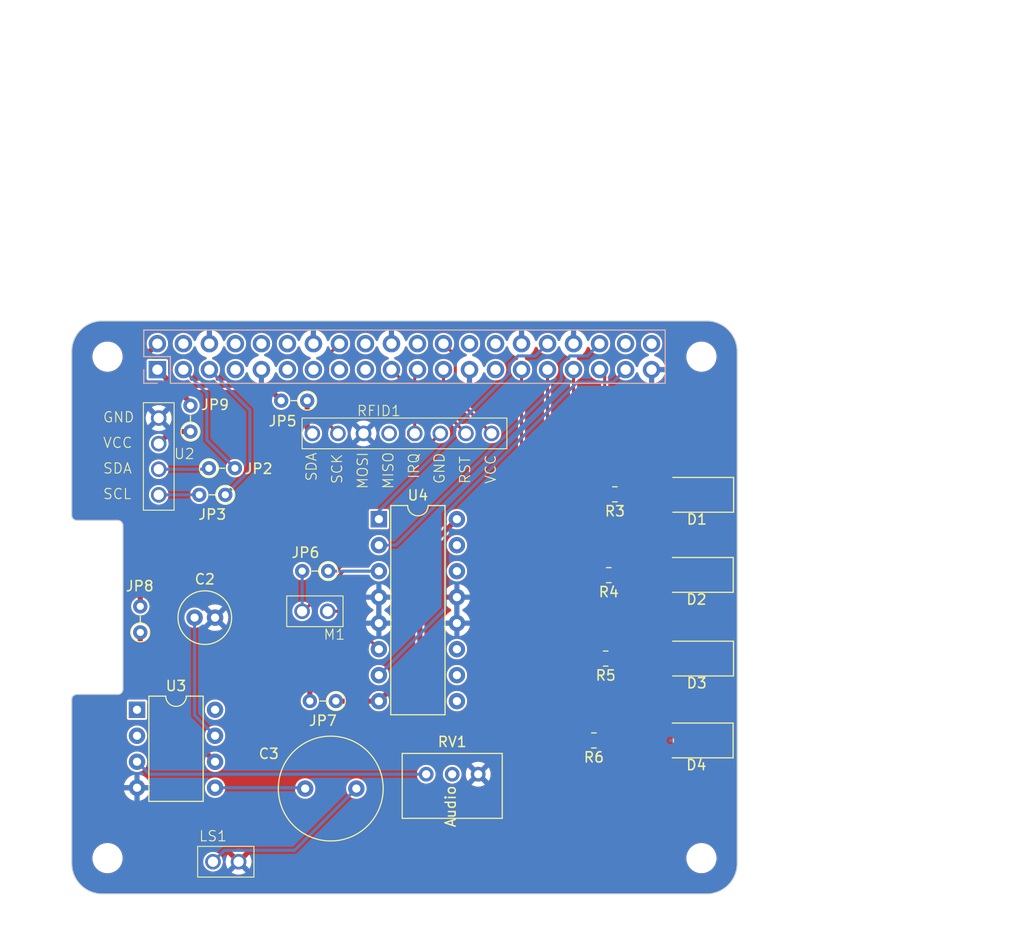
<source format=kicad_pcb>
(kicad_pcb (version 20240108) (generator "pcbnew") (generator_version "8.0")
  (title_block (date "15 nov 2012"))
  (layers (0 "F.Cu" signal) (31 "B.Cu" signal) (34 "B.Paste" user) (35 "F.Paste" user) (36 "B.SilkS" user "B.Silkscreen") (37 "F.SilkS" user "F.Silkscreen") (38 "B.Mask" user) (39 "F.Mask" user) (44 "Edge.Cuts" user))
  (net 0 "")
  (net 1 "GND")
  (net 2 "Net-(J1-Pin_37)")
  (net 17 "+5V")
  (net 23 "Net-(M1--)")
  (net 25 "Net-(JP2-A)")
  (net 26 "Net-(U3-BYPASS)")
  (net 27 "Net-(C3-Pad2)")
  (net 28 "Net-(C3-Pad1)")
  (net 32 "+3V3")
  (net 33 "Net-(J1-Pin_3)")
  (net 34 "/GPIO8{slash}SPI0.CE0")
  (net 35 "/GPIO23")
  (net 36 "Net-(J1-Pin_5)")
  (net 37 "/GPIO9{slash}SPI0.MISO")
  (net 38 "/GPIO12{slash}PWM0")
  (net 39 "/GPIO16")
  (net 40 "/GPIO10{slash}SPI0.MOSI")
  (net 41 "/GPIO11{slash}SPI0.SCLK")
  (net 42 "Net-(D1-A)")
  (net 43 "Net-(D2-A)")
  (net 44 "Net-(D3-A)")
  (net 45 "Net-(D4-A)")
  (net 46 "Net-(J1-Pin_29)")
  (net 47 "Net-(J1-Pin_33)")
  (net 48 "Net-(J1-Pin_35)")
  (net 49 "Net-(J1-Pin_31)")
  (net 50 "Net-(JP3-B)")
  (net 51 "Net-(JP5-A)")
  (net 52 "Net-(JP6-A)")
  (net 53 "Net-(JP6-B)")
  (net 54 "Net-(JP7-A)")
  (net 55 "Net-(JP8-A)")
  (net 56 "Net-(JP9-A)")
  (net 57 "Net-(RV1-Pad2)")
  (net 58 "Net-(U3-+)")
  (footprint "Resistor_SMD:R_0805_2012Metric_Pad1.20x1.40mm_HandSolder" (layer "F.Cu") (at 153.05 60.95 180)
    (property "Reference" "R3" (at 0 -1.65 360) (layer "F.SilkS"))
    (property "Value" "220")
    (fp_line (start -0.227064 0.735) (end 0.227064 0.735) (stroke (width 0.12)) (layer "F.SilkS"))
    (fp_line (start -0.227064 -0.735) (end 0.227064 -0.735) (stroke (width 0.12)) (layer "F.SilkS"))
    (pad "1" smd roundrect (at -1 0 180) (size 1.2 1.4) (layers "F.Cu" "F.Paste" "F.Mask") (roundrect_rratio 0.208333) (net 42 "Net-(D1-A)"))
    (pad "2" smd roundrect (at 1 0 180) (size 1.2 1.4) (layers "F.Cu" "F.Paste" "F.Mask") (roundrect_rratio 0.208333) (net 48 "Net-(J1-Pin_35)"))
  )
  (footprint "MountingHole:MountingHole_2.7mm_M2.5" (layer "F.Cu") (at 161.5 47.5)
    (property "Reference" "MH2" (hide yes))
    (property "Value" "MountingHole_2.7mm_M2.5" (hide yes))
    (pad "" np_thru_hole circle (at 0 0) (size 2.7 2.7) (drill 2.7) (layers "*.Cu" "*.Mask"))
  )
  (footprint "Resistor_SMD:R_0805_2012Metric_Pad1.20x1.40mm_HandSolder" (layer "F.Cu") (at 152.15 77 180)
    (property "Reference" "R5" (at 0 -1.65 360) (layer "F.SilkS"))
    (property "Value" "220")
    (fp_line (start -0.227064 0.735) (end 0.227064 0.735) (stroke (width 0.12)) (layer "F.SilkS"))
    (fp_line (start -0.227064 -0.735) (end 0.227064 -0.735) (stroke (width 0.12)) (layer "F.SilkS"))
    (pad "1" smd roundrect (at -1 0 180) (size 1.2 1.4) (layers "F.Cu" "F.Paste" "F.Mask") (roundrect_rratio 0.208333) (net 44 "Net-(D3-A)"))
    (pad "2" smd roundrect (at 1 0 180) (size 1.2 1.4) (layers "F.Cu" "F.Paste" "F.Mask") (roundrect_rratio 0.208333) (net 49 "Net-(J1-Pin_31)"))
  )
  (footprint "spotify_player_components:Motor" (layer "F.Cu") (at 121 73.88)
    (property "Reference" "M1" (at 4.65 0.77 0) (layer "F.SilkS") (effects (font (thickness 0.1))))
    (property "Value" "Motor_DC")
    (fp_rect (start 0 -3) (end 5.5 0) (stroke (width 0.1)) (fill none) (layer "F.SilkS"))
    (pad "1" thru_hole circle (at 1.5 -1.5) (size 1.524 1.524) (drill 1) (layers "*.Cu" "*.Mask") (net 53 "Net-(JP6-B)"))
    (pad "2" thru_hole circle (at 4 -1.5) (size 1.524 1.524) (drill 1) (layers "*.Cu" "*.Mask") (net 23 "Net-(M1--)"))
  )
  (footprint "spotify_player_components:RC522" (layer "F.Cu") (at 142.5 57.5 90)
    (property "Reference" "RFID1" (at 4.7 -12.5 0) (layer "F.SilkS") (effects (font (thickness 0.1))))
    (property "Value" "RC522" (hide yes))
    (fp_rect (start 1 -20) (end 4 0) (stroke (width 0.1)) (fill none) (layer "F.SilkS"))
    (fp_text user "IRQ" (at -2 -8.5 90) (layer "F.SilkS") (effects (font (thickness 0.1)) (justify left bottom)))
    (fp_text user "RST" (at -2.5 -3.5 90) (layer "F.SilkS") (effects (font (thickness 0.1)) (justify left bottom)))
    (fp_text user " SDA" (at -3 -18.5 90) (layer "F.SilkS") (effects (font (thickness 0.1)) (justify left bottom)))
    (fp_text user "MISO" (at -3 -11 90) (layer "F.SilkS") (effects (font (thickness 0.1)) (justify left bottom)))
    (fp_text user "GND" (at -2.5 -6 90) (layer "F.SilkS") (effects (font (thickness 0.1)) (justify left bottom)))
    (fp_text user "VCC" (at -2.5 -1 90) (layer "F.SilkS") (effects (font (thickness 0.1)) (justify left bottom)))
    (fp_text user "MOSI" (at -3 -13.5 90) (layer "F.SilkS") (effects (font (thickness 0.1)) (justify left bottom)))
    (fp_text user "SCK" (at -2.5 -16 90) (layer "F.SilkS") (effects (font (thickness 0.1)) (justify left bottom)))
    (pad "1" thru_hole circle (at 2.5 -1.5 90) (size 1.524 1.524) (drill 1) (layers "*.Cu" "*.Mask") (net 34 "/GPIO8{slash}SPI0.CE0"))
    (pad "2" thru_hole circle (at 2.5 -4 90) (size 1.524 1.524) (drill 1) (layers "*.Cu" "*.Mask") (net 41 "/GPIO11{slash}SPI0.SCLK"))
    (pad "3" thru_hole circle (at 2.5 -6.5 90) (size 1.524 1.524) (drill 1) (layers "*.Cu" "*.Mask") (net 40 "/GPIO10{slash}SPI0.MOSI"))
    (pad "4" thru_hole circle (at 2.5 -9 90) (size 1.524 1.524) (drill 1) (layers "*.Cu" "*.Mask") (net 37 "/GPIO9{slash}SPI0.MISO"))
    (pad "5" thru_hole circle (at 2.5 -11.5 90) (size 1.524 1.524) (drill 1) (layers "*.Cu" "*.Mask"))
    (pad "6" thru_hole circle (at 2.5 -14 90) (size 1.524 1.524) (drill 1) (layers "*.Cu" "*.Mask") (net 1 "GND"))
    (pad "7" thru_hole circle (at 2.5 -16.5 90) (size 1.524 1.524) (drill 1) (layers "*.Cu" "*.Mask") (net 35 "/GPIO23"))
    (pad "8" thru_hole circle (at 2.5 -19 90) (size 1.524 1.524) (drill 1) (layers "*.Cu" "*.Mask") (net 51 "Net-(JP5-A)"))
  )
  (footprint "Capacitor_THT:C_Radial_D5.0mm_H11.0mm_P2.00mm" (layer "F.Cu") (at 112 73)
    (property "Reference" "C2" (at 1 -3.75 0) (layer "F.SilkS"))
    (property "Value" "10u")
    (fp_circle (center 1 0) (end 3.62 0) (stroke (width 0.12)) (fill none) (layer "F.SilkS"))
    (pad "1" thru_hole circle (at 0 0) (size 1.6 1.6) (drill 0.8) (layers "*.Cu" "*.Mask") (net 26 "Net-(U3-BYPASS)"))
    (pad "2" thru_hole circle (at 2 0) (size 1.6 1.6) (drill 0.8) (layers "*.Cu" "*.Mask") (net 1 "GND"))
  )
  (footprint "LED_SMD:LED_Yuji_5730" (layer "F.Cu") (at 161.015 68.825 180)
    (property "Reference" "D2" (at 0 -2.4 180) (layer "F.SilkS"))
    (property "Value" "Motor LED")
    (fp_line (start 2.35 1.7) (end -3.59 1.7) (stroke (width 0.12)) (layer "F.SilkS"))
    (fp_line (start -3.59 1.7) (end -3.59 -1.7) (stroke (width 0.12)) (layer "F.SilkS"))
    (fp_line (start -3.59 -1.7) (end 2.35 -1.7) (stroke (width 0.12)) (layer "F.SilkS"))
    (pad "1" smd rect (at -2.85 0 180) (size 1.1 1.7) (layers "F.Cu" "F.Paste" "F.Mask") (net 1 "GND"))
    (pad "2" smd rect (at 0.35 0 180) (size 2.5 1.7) (layers "F.Cu" "F.Paste" "F.Mask") (net 43 "Net-(D2-A)"))
    (pad "2" smd rect (at 2.85 0 180) (size 1.1 1.7) (layers "F.Cu" "F.Paste" "F.Mask") (net 43 "Net-(D2-A)"))
  )
  (footprint "Resistor_THT:R_Axial_DIN0204_L3.6mm_D1.6mm_P2.54mm_Vertical" (layer "F.Cu") (at 123 51.8 180)
    (property "Reference" "JP5" (at 2.4 -2 360) (layer "F.SilkS"))
    (property "Value" "Test_point" (hide yes))
    (fp_line (start 0.92 0) (end 1.54 0) (stroke (width 0.12)) (layer "F.SilkS"))
    (fp_circle (center 0 0) (end 0.92 0) (stroke (width 0.12)) (fill none) (layer "F.SilkS"))
    (pad "1" thru_hole circle (at 0 0 180) (size 1.4 1.4) (drill 0.7) (layers "*.Cu" "*.Mask") (net 51 "Net-(JP5-A)"))
    (pad "2" thru_hole oval (at 2.54 0 180) (size 1.4 1.4) (drill 0.7) (layers "*.Cu" "*.Mask") (net 32 "+3V3"))
  )
  (footprint "spotify_player_components:Speaker" (layer "F.Cu") (at 112.3 98.35)
    (property "Reference" "LS1" (at 1.5 -4 0) (layer "F.SilkS") (effects (font (thickness 0.1))))
    (property "Value" "Speaker")
    (fp_rect (start 0 -3) (end 5.5 0) (stroke (width 0.1)) (fill none) (layer "F.SilkS"))
    (pad "1" thru_hole circle (at 1.5 -1.5) (size 1.524 1.524) (drill 1) (layers "*.Cu" "*.Mask") (net 27 "Net-(C3-Pad2)"))
    (pad "2" thru_hole circle (at 4 -1.5) (size 1.524 1.524) (drill 1) (layers "*.Cu" "*.Mask") (net 1 "GND"))
  )
  (footprint "Resistor_SMD:R_0805_2012Metric_Pad1.20x1.40mm_HandSolder" (layer "F.Cu") (at 152.45 68.85 180)
    (property "Reference" "R4" (at 0 -1.65 360) (layer "F.SilkS"))
    (property "Value" "220")
    (fp_line (start -0.227064 0.735) (end 0.227064 0.735) (stroke (width 0.12)) (layer "F.SilkS"))
    (fp_line (start -0.227064 -0.735) (end 0.227064 -0.735) (stroke (width 0.12)) (layer "F.SilkS"))
    (pad "1" smd roundrect (at -1 0 180) (size 1.2 1.4) (layers "F.Cu" "F.Paste" "F.Mask") (roundrect_rratio 0.208333) (net 43 "Net-(D2-A)"))
    (pad "2" smd roundrect (at 1 0 180) (size 1.2 1.4) (layers "F.Cu" "F.Paste" "F.Mask") (roundrect_rratio 0.208333) (net 47 "Net-(J1-Pin_33)"))
  )
  (footprint "Resistor_THT:R_Axial_DIN0204_L3.6mm_D1.6mm_P2.54mm_Vertical" (layer "F.Cu") (at 111.6 54.82 90)
    (property "Reference" "JP9" (at 2.62 2.4 180) (layer "F.SilkS"))
    (property "Value" "Test_point" (hide yes))
    (fp_line (start 0.92 0) (end 1.54 0) (stroke (width 0.12)) (layer "F.SilkS"))
    (fp_circle (center 0 0) (end 0.92 0) (stroke (width 0.12)) (fill none) (layer "F.SilkS"))
    (pad "1" thru_hole circle (at 0 0 90) (size 1.4 1.4) (drill 0.7) (layers "*.Cu" "*.Mask") (net 56 "Net-(JP9-A)"))
    (pad "2" thru_hole oval (at 2.54 0 90) (size 1.4 1.4) (drill 0.7) (layers "*.Cu" "*.Mask") (net 32 "+3V3"))
  )
  (footprint "MountingHole:MountingHole_2.7mm_M2.5" (layer "F.Cu") (at 103.5 96.5)
    (property "Reference" "MH3" (hide yes))
    (property "Value" "MountingHole_2.7mm_M2.5" (hide yes))
    (pad "" np_thru_hole circle (at 0 0) (size 2.7 2.7) (drill 2.7) (layers "*.Cu" "*.Mask"))
  )
  (footprint "LED_SMD:LED_Yuji_5730" (layer "F.Cu") (at 161.04 77 180)
    (property "Reference" "D3" (at 0 -2.4 180) (layer "F.SilkS"))
    (property "Value" "Speaker LED")
    (fp_line (start 2.35 1.7) (end -3.59 1.7) (stroke (width 0.12)) (layer "F.SilkS"))
    (fp_line (start -3.59 1.7) (end -3.59 -1.7) (stroke (width 0.12)) (layer "F.SilkS"))
    (fp_line (start -3.59 -1.7) (end 2.35 -1.7) (stroke (width 0.12)) (layer "F.SilkS"))
    (pad "1" smd rect (at -2.85 0 180) (size 1.1 1.7) (layers "F.Cu" "F.Paste" "F.Mask") (net 1 "GND"))
    (pad "2" smd rect (at 0.35 0 180) (size 2.5 1.7) (layers "F.Cu" "F.Paste" "F.Mask") (net 44 "Net-(D3-A)"))
    (pad "2" smd rect (at 2.85 0 180) (size 1.1 1.7) (layers "F.Cu" "F.Paste" "F.Mask") (net 44 "Net-(D3-A)"))
  )
  (footprint "MountingHole:MountingHole_2.7mm_M2.5" (layer "F.Cu") (at 103.5 47.5)
    (property "Reference" "MH1" (hide yes))
    (property "Value" "MountingHole_2.7mm_M2.5" (hide yes))
    (pad "" np_thru_hole circle (at 0 0) (size 2.7 2.7) (drill 2.7) (layers "*.Cu" "*.Mask"))
  )
  (footprint "Resistor_THT:R_Axial_DIN0204_L3.6mm_D1.6mm_P2.54mm_Vertical" (layer "F.Cu") (at 113.4 58.4)
    (property "Reference" "JP2" (at 4.85 0.05 180) (layer "F.SilkS"))
    (property "Value" "Test_point" (hide yes))
    (fp_line (start 0.92 0) (end 1.54 0) (stroke (width 0.12)) (layer "F.SilkS"))
    (fp_circle (center 0 0) (end 0.92 0) (stroke (width 0.12)) (fill none) (layer "F.SilkS"))
    (pad "1" thru_hole circle (at 0 0) (size 1.4 1.4) (drill 0.7) (layers "*.Cu" "*.Mask") (net 25 "Net-(JP2-A)"))
    (pad "2" thru_hole oval (at 2.54 0) (size 1.4 1.4) (drill 0.7) (layers "*.Cu" "*.Mask") (net 33 "Net-(J1-Pin_3)"))
  )
  (footprint "Package_DIP:DIP-8_W7.62mm" (layer "F.Cu") (at 106.38 82)
    (property "Reference" "U3" (at 3.81 -2.33 0) (layer "F.SilkS"))
    (property "Value" "LM386")
    (fp_line (start 1.16 -1.33) (end 1.16 8.95) (stroke (width 0.12)) (layer "F.SilkS"))
    (fp_line (start 1.16 8.95) (end 6.46 8.95) (stroke (width 0.12)) (layer "F.SilkS"))
    (fp_line (start 2.81 -1.33) (end 1.16 -1.33) (stroke (width 0.12)) (layer "F.SilkS"))
    (fp_line (start 6.46 -1.33) (end 4.81 -1.33) (stroke (width 0.12)) (layer "F.SilkS"))
    (fp_line (start 6.46 8.95) (end 6.46 -1.33) (stroke (width 0.12)) (layer "F.SilkS"))
    (fp_arc (start 4.81 -1.33) (mid 3.81 -0.33) (end 2.81 -1.33) (stroke (width 0.12)) (layer "F.SilkS"))
    (pad "1" thru_hole rect (at 0 0) (size 1.6 1.6) (drill 0.8) (layers "*.Cu" "*.Mask"))
    (pad "2" thru_hole oval (at 0 2.54) (size 1.6 1.6) (drill 0.8) (layers "*.Cu" "*.Mask"))
    (pad "3" thru_hole oval (at 0 5.08) (size 1.6 1.6) (drill 0.8) (layers "*.Cu" "*.Mask") (net 58 "Net-(U3-+)"))
    (pad "4" thru_hole oval (at 0 7.62) (size 1.6 1.6) (drill 0.8) (layers "*.Cu" "*.Mask") (net 1 "GND"))
    (pad "5" thru_hole oval (at 7.62 7.62) (size 1.6 1.6) (drill 0.8) (layers "*.Cu" "*.Mask") (net 28 "Net-(C3-Pad1)"))
    (pad "6" thru_hole oval (at 7.62 5.08) (size 1.6 1.6) (drill 0.8) (layers "*.Cu" "*.Mask") (net 55 "Net-(JP8-A)"))
    (pad "7" thru_hole oval (at 7.62 2.54) (size 1.6 1.6) (drill 0.8) (layers "*.Cu" "*.Mask") (net 26 "Net-(U3-BYPASS)"))
    (pad "8" thru_hole oval (at 7.62 0) (size 1.6 1.6) (drill 0.8) (layers "*.Cu" "*.Mask"))
  )
  (footprint "Resistor_THT:R_Axial_DIN0204_L3.6mm_D1.6mm_P2.54mm_Vertical" (layer "F.Cu") (at 125.05 68.45 180)
    (property "Reference" "JP6" (at 2.22 1.8 360) (layer "F.SilkS"))
    (property "Value" "Test_point" (hide yes))
    (fp_line (start 0.92 0) (end 1.54 0) (stroke (width 0.12)) (layer "F.SilkS"))
    (fp_circle (center 0 0) (end 0.92 0) (stroke (width 0.12)) (fill none) (layer "F.SilkS"))
    (pad "1" thru_hole circle (at 0 0 180) (size 1.4 1.4) (drill 0.7) (layers "*.Cu" "*.Mask") (net 52 "Net-(JP6-A)"))
    (pad "2" thru_hole oval (at 2.54 0 180) (size 1.4 1.4) (drill 0.7) (layers "*.Cu" "*.Mask") (net 53 "Net-(JP6-B)"))
  )
  (footprint "Capacitor_THT:C_Radial_D10.0mm_H20.0mm_P5.00mm" (layer "F.Cu") (at 122.8 89.7)
    (property "Reference" "C3" (at -3.55 -3.4 0) (layer "F.SilkS"))
    (property "Value" "1000u")
    (fp_circle (center 2.5 0) (end 7.62 0) (stroke (width 0.12)) (fill none) (layer "F.SilkS"))
    (pad "1" thru_hole circle (at 0 0) (size 1.6 1.6) (drill 0.8) (layers "*.Cu" "*.Mask") (net 28 "Net-(C3-Pad1)"))
    (pad "2" thru_hole circle (at 5 0) (size 1.6 1.6) (drill 0.8) (layers "*.Cu" "*.Mask") (net 27 "Net-(C3-Pad2)"))
  )
  (footprint "Resistor_THT:R_Axial_DIN0204_L3.6mm_D1.6mm_P2.54mm_Vertical" (layer "F.Cu") (at 106.7 74.44 90)
    (property "Reference" "JP8" (at 4.52 -0.05 180) (layer "F.SilkS"))
    (property "Value" "Test_point" (hide yes))
    (fp_line (start 0.92 0) (end 1.54 0) (stroke (width 0.12)) (layer "F.SilkS"))
    (fp_circle (center 0 0) (end 0.92 0) (stroke (width 0.12)) (fill none) (layer "F.SilkS"))
    (pad "1" thru_hole circle (at 0 0 90) (size 1.4 1.4) (drill 0.7) (layers "*.Cu" "*.Mask") (net 55 "Net-(JP8-A)"))
    (pad "2" thru_hole oval (at 2.54 0 90) (size 1.4 1.4) (drill 0.7) (layers "*.Cu" "*.Mask") (net 17 "+5V"))
  )
  (footprint "Potentiometer_THT:Potentiometer_Bourns_3299W_Vertical" (layer "F.Cu") (at 139.7 88.3)
    (property "Reference" "RV1" (at -2.54 -3.16 0) (layer "F.SilkS"))
    (property "Value" "10k")
    (fp_line (start -7.425 -2.03) (end -7.425 4.31) (stroke (width 0.12)) (layer "F.SilkS"))
    (fp_line (start -7.425 -2.03) (end 2.345 -2.03) (stroke (width 0.12)) (layer "F.SilkS"))
    (fp_line (start -7.425 4.31) (end 2.345 4.31) (stroke (width 0.12)) (layer "F.SilkS"))
    (fp_line (start 2.345 -2.03) (end 2.345 4.31) (stroke (width 0.12)) (layer "F.SilkS"))
    (pad "1" thru_hole circle (at 0 0) (size 1.44 1.44) (drill 0.8) (layers "*.Cu" "*.Mask") (net 1 "GND"))
    (pad "2" thru_hole circle (at -2.54 0) (size 1.44 1.44) (drill 0.8) (layers "*.Cu" "*.Mask") (net 57 "Net-(RV1-Pad2)"))
    (pad "3" thru_hole circle (at -5.08 0) (size 1.44 1.44) (drill 0.8) (layers "*.Cu" "*.Mask") (net 58 "Net-(U3-+)"))
  )
  (footprint "MountingHole:MountingHole_2.7mm_M2.5" (layer "F.Cu") (at 161.5 96.5)
    (property "Reference" "MH4" (hide yes))
    (property "Value" "MountingHole_2.7mm_M2.5" (hide yes))
    (pad "" np_thru_hole circle (at 0 0) (size 2.7 2.7) (drill 2.7) (layers "*.Cu" "*.Mask"))
  )
  (footprint "Package_DIP:DIP-16_W7.62mm" (layer "F.Cu") (at 130 63.38)
    (property "Reference" "U4" (at 3.81 -2.33 0) (layer "F.SilkS"))
    (property "Value" "L293D Driver")
    (fp_line (start 1.16 -1.33) (end 1.16 19.11) (stroke (width 0.12)) (layer "F.SilkS"))
    (fp_line (start 1.16 19.11) (end 6.46 19.11) (stroke (width 0.12)) (layer "F.SilkS"))
    (fp_line (start 2.81 -1.33) (end 1.16 -1.33) (stroke (width 0.12)) (layer "F.SilkS"))
    (fp_line (start 6.46 -1.33) (end 4.81 -1.33) (stroke (width 0.12)) (layer "F.SilkS"))
    (fp_line (start 6.46 19.11) (end 6.46 -1.33) (stroke (width 0.12)) (layer "F.SilkS"))
    (fp_arc (start 4.81 -1.33) (mid 3.81 -0.33) (end 2.81 -1.33) (stroke (width 0.12)) (layer "F.SilkS"))
    (pad "1" thru_hole rect (at 0 0) (size 1.6 1.6) (drill 0.8) (layers "*.Cu" "*.Mask") (net 38 "/GPIO12{slash}PWM0"))
    (pad "2" thru_hole oval (at 0 2.54) (size 1.6 1.6) (drill 0.8) (layers "*.Cu" "*.Mask") (net 39 "/GPIO16"))
    (pad "3" thru_hole oval (at 0 5.08) (size 1.6 1.6) (drill 0.8) (layers "*.Cu" "*.Mask") (net 52 "Net-(JP6-A)"))
    (pad "4" thru_hole oval (at 0 7.62) (size 1.6 1.6) (drill 0.8) (layers "*.Cu" "*.Mask") (net 1 "GND"))
    (pad "5" thru_hole oval (at 0 10.16) (size 1.6 1.6) (drill 0.8) (layers "*.Cu" "*.Mask") (net 1 "GND"))
    (pad "6" thru_hole oval (at 0 12.7) (size 1.6 1.6) (drill 0.8) (layers "*.Cu" "*.Mask") (net 23 "Net-(M1--)"))
    (pad "7" thru_hole oval (at 0 15.24) (size 1.6 1.6) (drill 0.8) (layers "*.Cu" "*.Mask") (net 2 "Net-(J1-Pin_37)"))
    (pad "8" thru_hole oval (at 0 17.78) (size 1.6 1.6) (drill 0.8) (layers "*.Cu" "*.Mask") (net 54 "Net-(JP7-A)"))
    (pad "9" thru_hole oval (at 7.62 17.78) (size 1.6 1.6) (drill 0.8) (layers "*.Cu" "*.Mask"))
    (pad "10" thru_hole oval (at 7.62 15.24) (size 1.6 1.6) (drill 0.8) (layers "*.Cu" "*.Mask"))
    (pad "11" thru_hole oval (at 7.62 12.7) (size 1.6 1.6) (drill 0.8) (layers "*.Cu" "*.Mask"))
    (pad "12" thru_hole oval (at 7.62 10.16) (size 1.6 1.6) (drill 0.8) (layers "*.Cu" "*.Mask") (net 1 "GND"))
    (pad "13" thru_hole oval (at 7.62 7.62) (size 1.6 1.6) (drill 0.8) (layers "*.Cu" "*.Mask") (net 1 "GND"))
    (pad "14" thru_hole oval (at 7.62 5.08) (size 1.6 1.6) (drill 0.8) (layers "*.Cu" "*.Mask"))
    (pad "15" thru_hole oval (at 7.62 2.54) (size 1.6 1.6) (drill 0.8) (layers "*.Cu" "*.Mask"))
    (pad "16" thru_hole oval (at 7.62 0) (size 1.6 1.6) (drill 0.8) (layers "*.Cu" "*.Mask") (net 54 "Net-(JP7-A)"))
  )
  (footprint "LED_SMD:LED_Yuji_5730" (layer "F.Cu") (at 161 85 180)
    (property "Reference" "D4" (at 0 -2.4 180) (layer "F.SilkS"))
    (property "Value" "Display LED")
    (fp_line (start 2.35 1.7) (end -3.59 1.7) (stroke (width 0.12)) (layer "F.SilkS"))
    (fp_line (start -3.59 1.7) (end -3.59 -1.7) (stroke (width 0.12)) (layer "F.SilkS"))
    (fp_line (start -3.59 -1.7) (end 2.35 -1.7) (stroke (width 0.12)) (layer "F.SilkS"))
    (pad "1" smd rect (at -2.85 0 180) (size 1.1 1.7) (layers "F.Cu" "F.Paste" "F.Mask") (net 1 "GND"))
    (pad "2" smd rect (at 0.35 0 180) (size 2.5 1.7) (layers "F.Cu" "F.Paste" "F.Mask") (net 45 "Net-(D4-A)"))
    (pad "2" smd rect (at 2.85 0 180) (size 1.1 1.7) (layers "F.Cu" "F.Paste" "F.Mask") (net 45 "Net-(D4-A)"))
  )
  (footprint "Resistor_SMD:R_0805_2012Metric_Pad1.20x1.40mm_HandSolder" (layer "F.Cu") (at 151 85 180)
    (property "Reference" "R6" (at 0 -1.65 360) (layer "F.SilkS"))
    (property "Value" "220")
    (fp_line (start -0.227064 0.735) (end 0.227064 0.735) (stroke (width 0.12)) (layer "F.SilkS"))
    (fp_line (start -0.227064 -0.735) (end 0.227064 -0.735) (stroke (width 0.12)) (layer "F.SilkS"))
    (pad "1" smd roundrect (at -1 0 180) (size 1.2 1.4) (layers "F.Cu" "F.Paste" "F.Mask") (roundrect_rratio 0.208333) (net 45 "Net-(D4-A)"))
    (pad "2" smd roundrect (at 1 0 180) (size 1.2 1.4) (layers "F.Cu" "F.Paste" "F.Mask") (roundrect_rratio 0.208333) (net 46 "Net-(J1-Pin_29)"))
  )
  (footprint "LED_SMD:LED_Yuji_5730" (layer "F.Cu") (at 161.05 61 180)
    (property "Reference" "D1" (at 0 -2.4 180) (layer "F.SilkS"))
    (property "Value" "RFID LED")
    (fp_line (start 2.35 1.7) (end -3.59 1.7) (stroke (width 0.12)) (layer "F.SilkS"))
    (fp_line (start -3.59 1.7) (end -3.59 -1.7) (stroke (width 0.12)) (layer "F.SilkS"))
    (fp_line (start -3.59 -1.7) (end 2.35 -1.7) (stroke (width 0.12)) (layer "F.SilkS"))
    (pad "1" smd rect (at -2.85 0 180) (size 1.1 1.7) (layers "F.Cu" "F.Paste" "F.Mask") (net 1 "GND"))
    (pad "2" smd rect (at 0.35 0 180) (size 2.5 1.7) (layers "F.Cu" "F.Paste" "F.Mask") (net 42 "Net-(D1-A)"))
    (pad "2" smd rect (at 2.85 0 180) (size 1.1 1.7) (layers "F.Cu" "F.Paste" "F.Mask") (net 42 "Net-(D1-A)"))
  )
  (footprint "spotify_player_components:LCD1602" (layer "F.Cu") (at 106.5 62.5)
    (property "Reference" "U2" (at 4.5 -5.5 0) (layer "F.SilkS") (effects (font (thickness 0.1))))
    (property "Value" "PCF8574")
    (fp_line (start 0.5 -10.5) (end 0.5 0) (stroke (width 0.1)) (layer "F.SilkS"))
    (fp_line (start 0.5 0) (end 3.5 0) (stroke (width 0.1)) (layer "F.SilkS"))
    (fp_line (start 3.5 -10.5) (end 0.5 -10.5) (stroke (width 0.1)) (layer "F.SilkS"))
    (fp_line (start 3.5 0) (end 3.5 -10.5) (stroke (width 0.1)) (layer "F.SilkS"))
    (fp_text user "GND" (at -3.5 -8.5 0) (layer "F.SilkS") (effects (font (thickness 0.1)) (justify left bottom)))
    (fp_text user "SDA" (at -3.5 -3.5 0) (layer "F.SilkS") (effects (font (thickness 0.1)) (justify left bottom)))
    (fp_text user "VCC" (at -3.5 -6 0) (layer "F.SilkS") (effects (font (thickness 0.1)) (justify left bottom)))
    (fp_text user "SCL" (at -3.5 -1 0) (layer "F.SilkS") (effects (font (thickness 0.1)) (justify left bottom)))
    (pad "8" thru_hole circle (at 2 -9 270) (size 1.524 1.524) (drill 1) (layers "*.Cu" "*.Mask") (net 1 "GND"))
    (pad "14" thru_hole circle (at 2 -1.5 270) (size 1.524 1.524) (drill 1) (layers "*.Cu" "*.Mask") (net 50 "Net-(JP3-B)"))
    (pad "15" thru_hole circle (at 2 -4 270) (size 1.524 1.524) (drill 1) (layers "*.Cu" "*.Mask") (net 25 "Net-(JP2-A)"))
    (pad "16" thru_hole circle (at 2 -6.5 270) (size 1.524 1.524) (drill 1) (layers "*.Cu" "*.Mask") (net 56 "Net-(JP9-A)"))
  )
  (footprint "Resistor_THT:R_Axial_DIN0204_L3.6mm_D1.6mm_P2.54mm_Vertical" (layer "F.Cu") (at 125.8 81.15 180)
    (property "Reference" "JP7" (at 1.27 -1.92 360) (layer "F.SilkS"))
    (property "Value" "Test_point" (hide yes))
    (fp_line (start 0.92 0) (end 1.54 0) (stroke (width 0.12)) (layer "F.SilkS"))
    (fp_circle (center 0 0) (end 0.92 0) (stroke (width 0.12)) (fill none) (layer "F.SilkS"))
    (pad "1" thru_hole circle (at 0 0 180) (size 1.4 1.4) (drill 0.7) (layers "*.Cu" "*.Mask") (net 54 "Net-(JP7-A)"))
    (pad "2" thru_hole oval (at 2.54 0 180) (size 1.4 1.4) (drill 0.7) (layers "*.Cu" "*.Mask") (net 17 "+5V"))
  )
  (footprint "Resistor_THT:R_Axial_DIN0204_L3.6mm_D1.6mm_P2.54mm_Vertical" (layer "F.Cu") (at 115 61 180)
    (property "Reference" "JP3" (at 1.27 -1.92 360) (layer "F.SilkS"))
    (property "Value" "Test_point" (hide yes))
    (fp_line (start 0.92 0) (end 1.54 0) (stroke (width 0.12)) (layer "F.SilkS"))
    (fp_circle (center 0 0) (end 0.92 0) (stroke (width 0.12)) (fill none) (layer "F.SilkS"))
    (pad "1" thru_hole circle (at 0 0 180) (size 1.4 1.4) (drill 0.7) (layers "*.Cu" "*.Mask") (net 36 "Net-(J1-Pin_5)"))
    (pad "2" thru_hole oval (at 2.54 0 180) (size 1.4 1.4) (drill 0.7) (layers "*.Cu" "*.Mask") (net 50 "Net-(JP3-B)"))
  )
  (footprint "Connector_PinSocket_2.54mm:PinSocket_2x20_P2.54mm_Vertical" (layer "B.Cu") (at 108.37 48.77 -90)
    (property "Reference" "J1" (hide yes))
    (property "Value" "Raspberry Pi GPIO")
    (fp_line (start -3.87 1.33) (end -1.27 1.33) (stroke (width 0.12)) (layer "B.SilkS"))
    (fp_line (start -3.87 1.33) (end -3.87 -49.59) (stroke (width 0.12)) (layer "B.SilkS"))
    (fp_line (start -1.27 1.33) (end -1.27 -1.27) (stroke (width 0.12)) (layer "B.SilkS"))
    (fp_line (start 0 1.33) (end 1.33 1.33) (stroke (width 0.12)) (layer "B.SilkS"))
    (fp_line (start 1.33 1.33) (end 1.33 0) (stroke (width 0.12)) (layer "B.SilkS"))
    (fp_line (start -1.27 -1.27) (end 1.33 -1.27) (stroke (width 0.12)) (layer "B.SilkS"))
    (fp_line (start 1.33 -1.27) (end 1.33 -49.59) (stroke (width 0.12)) (layer "B.SilkS"))
    (fp_line (start -3.87 -49.59) (end 1.33 -49.59) (stroke (width 0.12)) (layer "B.SilkS"))
    (pad "1" thru_hole rect (at 0 0 270) (size 1.7 1.7) (drill 1) (layers "*.Cu" "*.Mask") (net 32 "+3V3"))
    (pad "2" thru_hole oval (at -2.54 0 270) (size 1.7 1.7) (drill 1) (layers "*.Cu" "*.Mask") (net 17 "+5V"))
    (pad "3" thru_hole oval (at 0 -2.54 270) (size 1.7 1.7) (drill 1) (layers "*.Cu" "*.Mask") (net 33 "Net-(J1-Pin_3)"))
    (pad "4" thru_hole oval (at -2.54 -2.54 270) (size 1.7 1.7) (drill 1) (layers "*.Cu" "*.Mask") (net 17 "+5V"))
    (pad "5" thru_hole oval (at 0 -5.08 270) (size 1.7 1.7) (drill 1) (layers "*.Cu" "*.Mask") (net 36 "Net-(J1-Pin_5)"))
    (pad "6" thru_hole oval (at -2.54 -5.08 270) (size 1.7 1.7) (drill 1) (layers "*.Cu" "*.Mask") (net 1 "GND"))
    (pad "7" thru_hole oval (at 0 -7.62 270) (size 1.7 1.7) (drill 1) (layers "*.Cu" "*.Mask"))
    (pad "8" thru_hole oval (at -2.54 -7.62 270) (size 1.7 1.7) (drill 1) (layers "*.Cu" "*.Mask"))
    (pad "9" thru_hole oval (at 0 -10.16 270) (size 1.7 1.7) (drill 1) (layers "*.Cu" "*.Mask") (net 1 "GND"))
    (pad "10" thru_hole oval (at -2.54 -10.16 270) (size 1.7 1.7) (drill 1) (layers "*.Cu" "*.Mask"))
    (pad "11" thru_hole oval (at 0 -12.7 270) (size 1.7 1.7) (drill 1) (layers "*.Cu" "*.Mask"))
    (pad "12" thru_hole oval (at -2.54 -12.7 270) (size 1.7 1.7) (drill 1) (layers "*.Cu" "*.Mask"))
    (pad "13" thru_hole oval (at 0 -15.24 270) (size 1.7 1.7) (drill 1) (layers "*.Cu" "*.Mask"))
    (pad "14" thru_hole oval (at -2.54 -15.24 270) (size 1.7 1.7) (drill 1) (layers "*.Cu" "*.Mask") (net 1 "GND"))
    (pad "15" thru_hole oval (at 0 -17.78 270) (size 1.7 1.7) (drill 1) (layers "*.Cu" "*.Mask"))
    (pad "16" thru_hole oval (at -2.54 -17.78 270) (size 1.7 1.7) (drill 1) (layers "*.Cu" "*.Mask") (net 35 "/GPIO23"))
    (pad "17" thru_hole oval (at 0 -20.32 270) (size 1.7 1.7) (drill 1) (layers "*.Cu" "*.Mask") (net 32 "+3V3"))
    (pad "18" thru_hole oval (at -2.54 -20.32 270) (size 1.7 1.7) (drill 1) (layers "*.Cu" "*.Mask"))
    (pad "19" thru_hole oval (at 0 -22.86 270) (size 1.7 1.7) (drill 1) (layers "*.Cu" "*.Mask") (net 40 "/GPIO10{slash}SPI0.MOSI"))
    (pad "20" thru_hole oval (at -2.54 -22.86 270) (size 1.7 1.7) (drill 1) (layers "*.Cu" "*.Mask") (net 1 "GND"))
    (pad "21" thru_hole oval (at 0 -25.4 270) (size 1.7 1.7) (drill 1) (layers "*.Cu" "*.Mask") (net 37 "/GPIO9{slash}SPI0.MISO"))
    (pad "22" thru_hole oval (at -2.54 -25.4 270) (size 1.7 1.7) (drill 1) (layers "*.Cu" "*.Mask"))
    (pad "23" thru_hole oval (at 0 -27.94 270) (size 1.7 1.7) (drill 1) (layers "*.Cu" "*.Mask") (net 41 "/GPIO11{slash}SPI0.SCLK"))
    (pad "24" thru_hole oval (at -2.54 -27.94 270) (size 1.7 1.7) (drill 1) (layers "*.Cu" "*.Mask") (net 34 "/GPIO8{slash}SPI0.CE0"))
    (pad "25" thru_hole oval (at 0 -30.48 270) (size 1.7 1.7) (drill 1) (layers "*.Cu" "*.Mask") (net 1 "GND"))
    (pad "26" thru_hole oval (at -2.54 -30.48 270) (size 1.7 1.7) (drill 1) (layers "*.Cu" "*.Mask"))
    (pad "27" thru_hole oval (at 0 -33.02 270) (size 1.7 1.7) (drill 1) (layers "*.Cu" "*.Mask"))
    (pad "28" thru_hole oval (at -2.54 -33.02 270) (size 1.7 1.7) (drill 1) (layers "*.Cu" "*.Mask"))
    (pad "29" thru_hole oval (at 0 -35.56 270) (size 1.7 1.7) (drill 1) (layers "*.Cu" "*.Mask") (net 46 "Net-(J1-Pin_29)"))
    (pad "30" thru_hole oval (at -2.54 -35.56 270) (size 1.7 1.7) (drill 1) (layers "*.Cu" "*.Mask") (net 1 "GND"))
    (pad "31" thru_hole oval (at 0 -38.1 270) (size 1.7 1.7) (drill 1) (layers "*.Cu" "*.Mask") (net 49 "Net-(J1-Pin_31)"))
    (pad "32" thru_hole oval (at -2.54 -38.1 270) (size 1.7 1.7) (drill 1) (layers "*.Cu" "*.Mask") (net 38 "/GPIO12{slash}PWM0"))
    (pad "33" thru_hole oval (at 0 -40.64 270) (size 1.7 1.7) (drill 1) (layers "*.Cu" "*.Mask") (net 47 "Net-(J1-Pin_33)"))
    (pad "34" thru_hole oval (at -2.54 -40.64 270) (size 1.7 1.7) (drill 1) (layers "*.Cu" "*.Mask") (net 1 "GND"))
    (pad "35" thru_hole oval (at 0 -43.18 270) (size 1.7 1.7) (drill 1) (layers "*.Cu" "*.Mask") (net 48 "Net-(J1-Pin_35)"))
    (pad "36" thru_hole oval (at -2.54 -43.18 270) (size 1.7 1.7) (drill 1) (layers "*.Cu" "*.Mask") (net 39 "/GPIO16"))
    (pad "37" thru_hole oval (at 0 -45.72 270) (size 1.7 1.7) (drill 1) (layers "*.Cu" "*.Mask") (net 2 "Net-(J1-Pin_37)"))
    (pad "38" thru_hole oval (at -2.54 -45.72 270) (size 1.7 1.7) (drill 1) (layers "*.Cu" "*.Mask"))
    (pad "39" thru_hole oval (at 0 -48.26 270) (size 1.7 1.7) (drill 1) (layers "*.Cu" "*.Mask") (net 1 "GND"))
    (pad "40" thru_hole oval (at -2.54 -48.26 270) (size 1.7 1.7) (drill 1) (layers "*.Cu" "*.Mask"))
  )
  (gr_arc (start 100.5 63.5) (mid 100.146447 63.353553) (end 100 63) (stroke (width 0.1)) (layer "Edge.Cuts"))
  (gr_arc (start 162 44) (mid 164.12132 44.87868) (end 165 47) (stroke (width 0.1)) (layer "Edge.Cuts"))
  (gr_line (start 165 97) (end 165 47) (stroke (width 0.1)) (layer "Edge.Cuts"))
  (gr_line (start 100 47) (end 100 63) (stroke (width 0.1)) (layer "Edge.Cuts"))
  (gr_arc (start 103 100) (mid 100.87868 99.12132) (end 100 97) (stroke (width 0.1)) (layer "Edge.Cuts"))
  (gr_line (start 103 100) (end 162 100) (stroke (width 0.1)) (layer "Edge.Cuts"))
  (gr_line (start 104.5 80.5) (end 100.5 80.5) (stroke (width 0.1)) (layer "Edge.Cuts"))
  (gr_arc (start 100 81) (mid 100.146138 80.646755) (end 100.499127 80.500001) (stroke (width 0.1)) (layer "Edge.Cuts"))
  (gr_arc (start 165 97) (mid 164.12132 99.12132) (end 162 100) (stroke (width 0.1)) (layer "Edge.Cuts"))
  (gr_line (start 105 64) (end 105 80) (stroke (width 0.1)) (layer "Edge.Cuts"))
  (gr_arc (start 100 47) (mid 100.87868 44.87868) (end 103 44) (stroke (width 0.1)) (layer "Edge.Cuts"))
  (gr_line (start 100 81) (end 100 97) (stroke (width 0.1)) (layer "Edge.Cuts"))
  (gr_line (start 100.5 63.5) (end 104.5 63.5) (stroke (width 0.1)) (layer "Edge.Cuts"))
  (gr_arc (start 105 80) (mid 104.853553 80.353553) (end 104.5 80.5) (stroke (width 0.1)) (layer "Edge.Cuts"))
  (gr_arc (start 104.5 63.5) (mid 104.853553 63.646447) (end 105 64) (stroke (width 0.1)) (layer "Edge.Cuts"))
  (gr_line (start 162 44) (end 103 44) (stroke (width 0.1)) (layer "Edge.Cuts"))
  (gr_text "Audio\n" (at 137 91.45 90) (layer "F.SilkS") (effects (font (size 1 1))))
  (segment (start 126.54 68.46) (end 130 68.46) (width 0.3) (layer "F.Cu") (net 0))
  (segment (start 122.62 72.38) (end 126.54 68.46) (width 0.3) (layer "F.Cu") (net 0))
  (segment (start 122.5 72.38) (end 122.62 72.38) (width 0.3) (layer "F.Cu") (net 0))
  (segment (start 118.5 48.8) (end 118.5 68.5) (width 0.3) (layer "B.Cu") (net 1))
  (segment (start 118.53 48.77) (end 118.5 48.8) (width 0.3) (layer "B.Cu") (net 1))
  (segment (start 118.5 68.5) (end 114 73) (width 0.3) (layer "B.Cu") (net 1))
  (segment (start 136.47 62.903654) (end 149.373654 50) (width 0.3) (layer "B.Cu") (net 2))
  (segment (start 136.47 72.15) (end 136.47 62.903654) (width 0.3) (layer "B.Cu") (net 2))
  (segment (start 130 78.62) (end 136.47 72.15) (width 0.3) (layer "B.Cu") (net 2))
  (segment (start 152.86 50) (end 154.09 48.77) (width 0.3) (layer "B.Cu") (net 2))
  (segment (start 149.373654 50) (end 152.86 50) (width 0.3) (layer "B.Cu") (net 2))
  (segment (start 112.6 66.25) (end 123.26 76.91) (width 0.5) (layer "F.Cu") (net 17))
  (segment (start 106.7 47.9) (end 106.7 66.25) (width 0.5) (layer "F.Cu") (net 17))
  (segment (start 106.7 66.25) (end 112.6 66.25) (width 0.5) (layer "F.Cu") (net 17))
  (segment (start 108.37 46.23) (end 106.7 47.9) (width 0.5) (layer "F.Cu") (net 17))
  (segment (start 106.7 66.25) (end 106.7 71.9) (width 0.5) (layer "F.Cu") (net 17))
  (segment (start 123.26 76.91) (end 123.26 81.15) (width 0.5) (layer "F.Cu") (net 17))
  (segment (start 125 72.38) (end 126.3 72.38) (width 0.3) (layer "F.Cu") (net 23))
  (segment (start 126.3 72.38) (end 130 76.08) (width 0.3) (layer "F.Cu") (net 23))
  (segment (start 108.6 58.4) (end 108.5 58.5) (width 0.3) (layer "F.Cu") (net 25))
  (segment (start 113.3 58.5) (end 113.4 58.4) (width 0.3) (layer "B.Cu") (net 25))
  (segment (start 108.5 58.5) (end 113.3 58.5) (width 0.3) (layer "B.Cu") (net 25))
  (segment (start 112 73) (end 112 82.54) (width 0.3) (layer "B.Cu") (net 26))
  (segment (start 112 82.54) (end 114 84.54) (width 0.3) (layer "B.Cu") (net 26))
  (segment (start 121.762 95.738) (end 114.912 95.738) (width 0.3) (layer "B.Cu") (net 27))
  (segment (start 114.912 95.738) (end 113.8 96.85) (width 0.3) (layer "B.Cu") (net 27))
  (segment (start 127.8 89.7) (end 121.762 95.738) (width 0.3) (layer "B.Cu") (net 27))
  (segment (start 114 89.62) (end 122.72 89.62) (width 0.3) (layer "B.Cu") (net 28))
  (segment (start 122.72 89.62) (end 122.8 89.7) (width 0.3) (layer "B.Cu") (net 28))
  (segment (start 120.46 51.8) (end 118.96 50.3) (width 0.5) (layer "F.Cu") (net 32))
  (segment (start 118.96 50.3) (end 109.9 50.3) (width 0.5) (layer "F.Cu") (net 32))
  (segment (start 111.6 52.28) (end 111.6 52) (width 0.5) (layer "F.Cu") (net 32))
  (segment (start 109.9 50.3) (end 108.37 48.77) (width 0.5) (layer "F.Cu") (net 32))
  (segment (start 111.6 52) (end 108.37 48.77) (width 0.5) (layer "F.Cu") (net 32))
  (segment (start 113.2 51.06) (end 110.91 48.77) (width 0.3) (layer "B.Cu") (net 33))
  (segment (start 113.2 55.66) (end 113.2 51.06) (width 0.3) (layer "B.Cu") (net 33))
  (segment (start 115.94 58.4) (end 113.2 55.66) (width 0.3) (layer "B.Cu") (net 33))
  (segment (start 137.46 51.46) (end 137.46 47.38) (width 0.3) (layer "F.Cu") (net 34))
  (segment (start 141 55) (end 137.46 51.46) (width 0.3) (layer "F.Cu") (net 34))
  (segment (start 137.46 47.38) (end 136.31 46.23) (width 0.3) (layer "F.Cu") (net 34))
  (segment (start 126 55) (end 125 54) (width 0.3) (layer "F.Cu") (net 35))
  (segment (start 125 54) (end 125 47.38) (width 0.3) (layer "F.Cu") (net 35))
  (segment (start 125 47.38) (end 126.15 46.23) (width 0.3) (layer "F.Cu") (net 35))
  (segment (start 115 61) (end 117.4 58.6) (width 0.3) (layer "B.Cu") (net 36))
  (segment (start 117.4 58.6) (end 117.4 52.72) (width 0.3) (layer "B.Cu") (net 36))
  (segment (start 117.4 52.72) (end 113.45 48.77) (width 0.3) (layer "B.Cu") (net 36))
  (segment (start 133.5 55) (end 133.5 49.04) (width 0.3) (layer "F.Cu") (net 37))
  (segment (start 133.5 49.04) (end 133.77 48.77) (width 0.3) (layer "F.Cu") (net 37))
  (segment (start 130 63) (end 130 63.38) (width 0.3) (layer "F.Cu") (net 38))
  (segment (start 145.27 47.43) (end 146.47 46.23) (width 0.3) (layer "B.Cu") (net 38))
  (segment (start 143.572943 47.43) (end 145.27 47.43) (width 0.3) (layer "B.Cu") (net 38))
  (segment (start 142.73 48.272943) (end 143.572943 47.43) (width 0.3) (layer "B.Cu") (net 38))
  (segment (start 137.388 55.184606) (end 137.388 54.492) (width 0.3) (layer "B.Cu") (net 38))
  (segment (start 137.388 54.492) (end 142.73 49.15) (width 0.3) (layer "B.Cu") (net 38))
  (segment (start 130 63.38) (end 130 62.572606) (width 0.3) (layer "B.Cu") (net 38))
  (segment (start 142.73 49.15) (end 142.73 48.272943) (width 0.3) (layer "B.Cu") (net 38))
  (segment (start 130 62.572606) (end 137.388 55.184606) (width 0.3) (layer "B.Cu") (net 38))
  (segment (start 147.81 48.272943) (end 148.652943 47.43) (width 0.3) (layer "B.Cu") (net 39))
  (segment (start 147.81 49.762606) (end 147.81 48.272943) (width 0.3) (layer "B.Cu") (net 39))
  (segment (start 131.652606 65.92) (end 147.81 49.762606) (width 0.3) (layer "B.Cu") (net 39))
  (segment (start 150.35 47.43) (end 151.55 46.23) (width 0.3) (layer "B.Cu") (net 39))
  (segment (start 130 65.92) (end 131.652606 65.92) (width 0.3) (layer "B.Cu") (net 39))
  (segment (start 148.652943 47.43) (end 150.35 47.43) (width 0.3) (layer "B.Cu") (net 39))
  (segment (start 132.438 55.439895) (end 132.438 49.978) (width 0.3) (layer "F.Cu") (net 40))
  (segment (start 132.438 49.978) (end 131.23 48.77) (width 0.3) (layer "F.Cu") (net 40))
  (segment (start 133.060105 56.062) (end 132.438 55.439895) (width 0.3) (layer "F.Cu") (net 40))
  (segment (start 136 55) (end 134.938 56.062) (width 0.3) (layer "F.Cu") (net 40))
  (segment (start 134.938 56.062) (end 133.060105 56.062) (width 0.3) (layer "F.Cu") (net 40))
  (segment (start 138.5 55) (end 136.31 52.81) (width 0.3) (layer "F.Cu") (net 41))
  (segment (start 136.31 52.81) (end 136.31 48.77) (width 0.3) (layer "F.Cu") (net 41))
  (segment (start 158.2 61) (end 160.7 61) (width 0.3) (layer "F.Cu") (net 42))
  (segment (start 158.15 60.95) (end 158.2 61) (width 0.3) (layer "F.Cu") (net 42))
  (segment (start 154.05 60.95) (end 158.15 60.95) (width 0.3) (layer "F.Cu") (net 42))
  (segment (start 153.45 68.85) (end 158.14 68.85) (width 0.3) (layer "F.Cu") (net 43))
  (segment (start 160.65 68.81) (end 160.665 68.825) (width 0.3) (layer "F.Cu") (net 43))
  (segment (start 158.14 68.85) (end 158.165 68.825) (width 0.3) (layer "F.Cu") (net 43))
  (segment (start 153.15 77) (end 158.19 77) (width 0.3) (layer "F.Cu") (net 44))
  (segment (start 160.64 85.01) (end 160.65 85) (width 0.3) (layer "F.Cu") (net 45))
  (segment (start 152 85) (end 158.15 85) (width 0.3) (layer "F.Cu") (net 45))
  (segment (start 158.45 85.01) (end 158.46 85) (width 0.3) (layer "B.Cu") (net 45))
  (segment (start 143.93 48.77) (end 143.93 78.93) (width 0.3) (layer "F.Cu") (net 46))
  (segment (start 143.93 78.93) (end 150 85) (width 0.3) (layer "F.Cu") (net 46))
  (segment (start 151.45 68.85) (end 149.01 66.41) (width 0.3) (layer "F.Cu") (net 47))
  (segment (start 149.01 66.41) (end 149.01 48.77) (width 0.3) (layer "F.Cu") (net 47))
  (segment (start 149 48.78) (end 149.01 48.77) (width 0.3) (layer "B.Cu") (net 47))
  (segment (start 152.05 60.95) (end 152.05 49.27) (width 0.3) (layer "F.Cu") (net 48))
  (segment (start 152.05 49.27) (end 151.55 48.77) (width 0.3) (layer "F.Cu") (net 48))
  (segment (start 151.15 77) (end 146.47 72.32) (width 0.3) (layer "F.Cu") (net 49))
  (segment (start 146.47 72.32) (end 146.47 48.77) (width 0.3) (layer "F.Cu") (net 49))
  (segment (start 112.46 61) (end 108.5 61) (width 0.3) (layer "B.Cu") (net 50))
  (segment (start 123 54.5) (end 123.5 55) (width 0.5) (layer "F.Cu") (net 51))
  (segment (start 123 51.8) (end 123 54.5) (width 0.5) (layer "F.Cu") (net 51))
  (segment (start 130 68.46) (end 125.06 68.46) (width 0.3) (layer "B.Cu") (net 52))
  (segment (start 125.06 68.46) (end 125.05 68.45) (width 0.3) (layer "B.Cu") (net 52))
  (segment (start 122.51 68.45) (end 122.51 72.37) (width 0.3) (layer "B.Cu") (net 53))
  (segment (start 122.51 72.37) (end 122.5 72.38) (width 0.3) (layer "B.Cu") (net 53))
  (segment (start 130 81.16) (end 134 77.16) (width 0.5) (layer "F.Cu") (net 54))
  (segment (start 134 67) (end 137.62 63.38) (width 0.5) (layer "F.Cu") (net 54))
  (segment (start 130 81.16) (end 125.81 81.16) (width 0.5) (layer "F.Cu") (net 54))
  (segment (start 134 77.16) (end 134 67) (width 0.5) (layer "F.Cu") (net 54))
  (segment (start 125.81 81.16) (end 125.8 81.15) (width 0.5) (layer "F.Cu") (net 54))
  (segment (start 106.7 79.78) (end 114 87.08) (width 0.5) (layer "F.Cu") (net 55))
  (segment (start 114 87.08) (end 114 87) (width 0.5) (layer "F.Cu") (net 55))
  (segment (start 106.7 74.44) (end 106.7 79.78) (width 0.5) (layer "F.Cu") (net 55))
  (segment (start 111.6 54.82) (end 109.68 54.82) (width 0.5) (layer "F.Cu") (net 56))
  (segment (start 109.68 54.82) (end 108.5 56) (width 0.5) (layer "F.Cu") (net 56))
  (segment (start 106.38 87.08) (end 107.6 88.3) (width 0.3) (layer "B.Cu") (net 58))
  (segment (start 107.6 88.3) (end 134.62 88.3) (width 0.3) (layer "B.Cu") (net 58))
  (zone (net 1) (net_name "GND") (layer "F.Cu") (priority 2) (connect_pads (clearance 0)) (min_thickness 0.3) (fill yes (thermal_gap 0.5) (thermal_bridge_width 0.5))
    (polygon (pts (xy 193 40) (xy 93 40) (xy 93 104) (xy 193 104)))
  )
  (zone (net 1) (net_name "GND") (layer "B.Cu") (priority 1) (connect_pads (clearance 0)) (min_thickness 0.25) (fill yes (thermal_gap 0.5) (thermal_bridge_width 0.5))
    (polygon (pts (xy 193 40) (xy 93 40) (xy 93 104) (xy 193 104)))
  )
)
</source>
